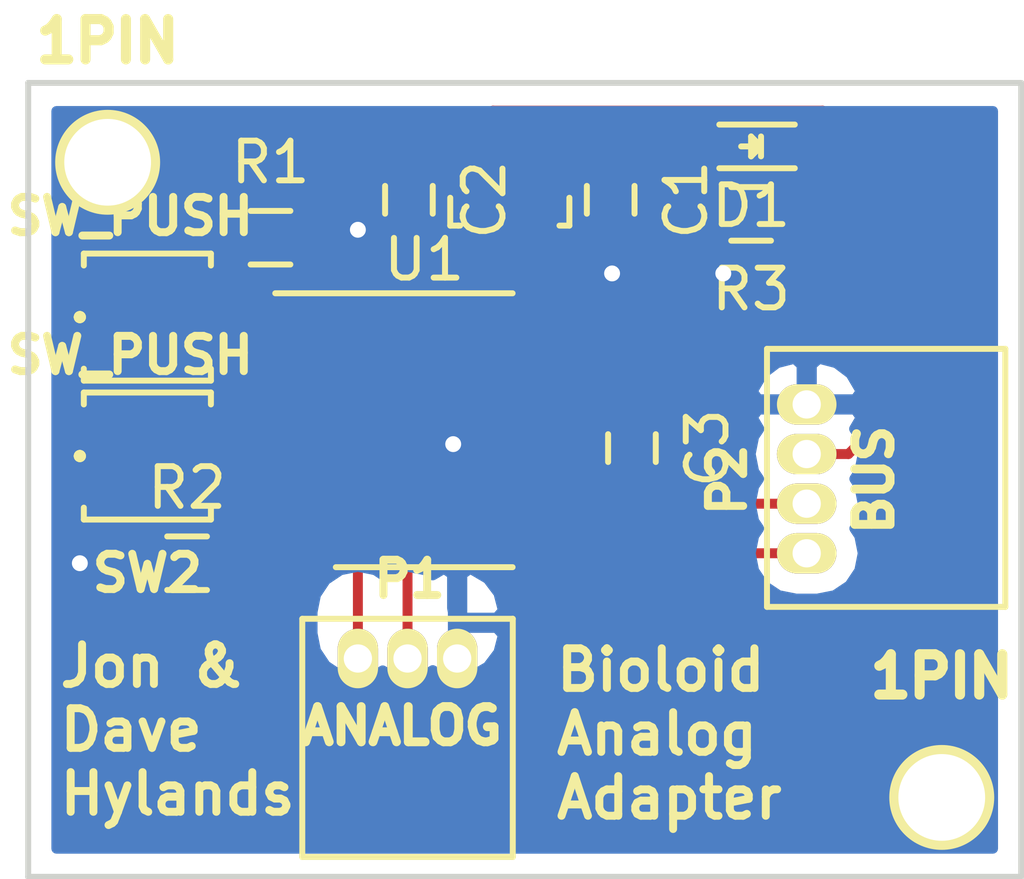
<source format=kicad_pcb>
(kicad_pcb (version 4) (host pcbnew 4.0.4+e1-6308~48~ubuntu16.04.1-stable)

  (general
    (links 27)
    (no_connects 0)
    (area 99.300834 97.9138 125.075001 121.9338)
    (thickness 1.6)
    (drawings 6)
    (tracks 86)
    (zones 0)
    (modules 15)
    (nets 22)
  )

  (page A4)
  (layers
    (0 F.Cu signal)
    (31 B.Cu signal)
    (32 B.Adhes user)
    (33 F.Adhes user)
    (34 B.Paste user)
    (35 F.Paste user)
    (36 B.SilkS user)
    (37 F.SilkS user)
    (38 B.Mask user)
    (39 F.Mask user)
    (40 Dwgs.User user)
    (41 Cmts.User user)
    (42 Eco1.User user)
    (43 Eco2.User user)
    (44 Edge.Cuts user)
    (45 Margin user)
    (46 B.CrtYd user)
    (47 F.CrtYd user)
    (48 B.Fab user)
    (49 F.Fab user)
  )

  (setup
    (last_trace_width 0.25)
    (trace_clearance 0.2)
    (zone_clearance 0.508)
    (zone_45_only no)
    (trace_min 0.2)
    (segment_width 0.2)
    (edge_width 0.15)
    (via_size 0.6)
    (via_drill 0.4)
    (via_min_size 0.4)
    (via_min_drill 0.3)
    (uvia_size 0.3)
    (uvia_drill 0.1)
    (uvias_allowed no)
    (uvia_min_size 0.2)
    (uvia_min_drill 0.1)
    (pcb_text_width 0.3)
    (pcb_text_size 1.5 1.5)
    (mod_edge_width 0.15)
    (mod_text_size 1 1)
    (mod_text_width 0.15)
    (pad_size 2.642 2.642)
    (pad_drill 2.184)
    (pad_to_mask_clearance 0.2)
    (aux_axis_origin 0 0)
    (visible_elements FFFFFF5F)
    (pcbplotparams
      (layerselection 0x00030_80000001)
      (usegerberextensions false)
      (excludeedgelayer true)
      (linewidth 0.100000)
      (plotframeref false)
      (viasonmask false)
      (mode 1)
      (useauxorigin false)
      (hpglpennumber 1)
      (hpglpenspeed 20)
      (hpglpendiameter 15)
      (hpglpenoverlay 2)
      (psnegative false)
      (psa4output false)
      (plotreference true)
      (plotvalue true)
      (plotinvisibletext false)
      (padsonsilk false)
      (subtractmaskfromsilk false)
      (outputformat 1)
      (mirror false)
      (drillshape 1)
      (scaleselection 1)
      (outputdirectory ""))
  )

  (net 0 "")
  (net 1 3V3)
  (net 2 POWER)
  (net 3 GND)
  (net 4 ANALOG)
  (net 5 BOOT0)
  (net 6 RESET)
  (net 7 "Net-(U1-Pad2)")
  (net 8 "Net-(U1-Pad3)")
  (net 9 "Net-(U1-Pad7)")
  (net 10 "Net-(U1-Pad8)")
  (net 11 "Net-(U1-Pad9)")
  (net 12 "Net-(U1-Pad10)")
  (net 13 "Net-(U1-Pad11)")
  (net 14 "Net-(U1-Pad12)")
  (net 15 "Net-(U1-Pad13)")
  (net 16 "Net-(U1-Pad14)")
  (net 17 "Net-(U1-Pad19)")
  (net 18 RX-SDA)
  (net 19 TX-SCL)
  (net 20 "Net-(D1-Pad1)")
  (net 21 LED)

  (net_class Default "This is the default net class."
    (clearance 0.2)
    (trace_width 0.25)
    (via_dia 0.6)
    (via_drill 0.4)
    (uvia_dia 0.3)
    (uvia_drill 0.1)
    (add_net 3V3)
    (add_net ANALOG)
    (add_net BOOT0)
    (add_net GND)
    (add_net LED)
    (add_net "Net-(D1-Pad1)")
    (add_net "Net-(U1-Pad10)")
    (add_net "Net-(U1-Pad11)")
    (add_net "Net-(U1-Pad12)")
    (add_net "Net-(U1-Pad13)")
    (add_net "Net-(U1-Pad14)")
    (add_net "Net-(U1-Pad19)")
    (add_net "Net-(U1-Pad2)")
    (add_net "Net-(U1-Pad3)")
    (add_net "Net-(U1-Pad7)")
    (add_net "Net-(U1-Pad8)")
    (add_net "Net-(U1-Pad9)")
    (add_net POWER)
    (add_net RESET)
    (add_net RX-SDA)
    (add_net TX-SCL)
  )

  (module Housings_SSOP:TSSOP-20_4.4x6.5mm_Pitch0.65mm (layer F.Cu) (tedit 580950E6) (tstamp 5809504F)
    (at 109.97 108.75)
    (descr "20-Lead Plastic Thin Shrink Small Outline (ST)-4.4 mm Body [TSSOP] (see Microchip Packaging Specification 00000049BS.pdf)")
    (tags "SSOP 0.65")
    (path /580943EF)
    (attr smd)
    (fp_text reference U1 (at 0 -4.3) (layer F.SilkS)
      (effects (font (size 1 1) (thickness 0.15)))
    )
    (fp_text value STM32F030F4 (at 0 4.3) (layer F.Fab) hide
      (effects (font (size 1 1) (thickness 0.15)))
    )
    (fp_line (start -1.2 -3.25) (end 2.2 -3.25) (layer F.Fab) (width 0.15))
    (fp_line (start 2.2 -3.25) (end 2.2 3.25) (layer F.Fab) (width 0.15))
    (fp_line (start 2.2 3.25) (end -2.2 3.25) (layer F.Fab) (width 0.15))
    (fp_line (start -2.2 3.25) (end -2.2 -2.25) (layer F.Fab) (width 0.15))
    (fp_line (start -2.2 -2.25) (end -1.2 -3.25) (layer F.Fab) (width 0.15))
    (fp_line (start -3.95 -3.55) (end -3.95 3.55) (layer F.CrtYd) (width 0.05))
    (fp_line (start 3.95 -3.55) (end 3.95 3.55) (layer F.CrtYd) (width 0.05))
    (fp_line (start -3.95 -3.55) (end 3.95 -3.55) (layer F.CrtYd) (width 0.05))
    (fp_line (start -3.95 3.55) (end 3.95 3.55) (layer F.CrtYd) (width 0.05))
    (fp_line (start -2.225 3.45) (end 2.225 3.45) (layer F.SilkS) (width 0.15))
    (fp_line (start -3.75 -3.45) (end 2.225 -3.45) (layer F.SilkS) (width 0.15))
    (pad 1 smd rect (at -2.95 -2.925) (size 1.45 0.45) (layers F.Cu F.Paste F.Mask)
      (net 5 BOOT0))
    (pad 2 smd rect (at -2.95 -2.275) (size 1.45 0.45) (layers F.Cu F.Paste F.Mask)
      (net 7 "Net-(U1-Pad2)"))
    (pad 3 smd rect (at -2.95 -1.625) (size 1.45 0.45) (layers F.Cu F.Paste F.Mask)
      (net 8 "Net-(U1-Pad3)"))
    (pad 4 smd rect (at -2.95 -0.975) (size 1.45 0.45) (layers F.Cu F.Paste F.Mask)
      (net 6 RESET))
    (pad 5 smd rect (at -2.95 -0.325) (size 1.45 0.45) (layers F.Cu F.Paste F.Mask)
      (net 1 3V3))
    (pad 6 smd rect (at -2.95 0.325) (size 1.45 0.45) (layers F.Cu F.Paste F.Mask)
      (net 4 ANALOG))
    (pad 7 smd rect (at -2.95 0.975) (size 1.45 0.45) (layers F.Cu F.Paste F.Mask)
      (net 9 "Net-(U1-Pad7)"))
    (pad 8 smd rect (at -2.95 1.625) (size 1.45 0.45) (layers F.Cu F.Paste F.Mask)
      (net 10 "Net-(U1-Pad8)"))
    (pad 9 smd rect (at -2.95 2.275) (size 1.45 0.45) (layers F.Cu F.Paste F.Mask)
      (net 11 "Net-(U1-Pad9)"))
    (pad 10 smd rect (at -2.95 2.925) (size 1.45 0.45) (layers F.Cu F.Paste F.Mask)
      (net 12 "Net-(U1-Pad10)"))
    (pad 11 smd rect (at 2.95 2.925) (size 1.45 0.45) (layers F.Cu F.Paste F.Mask)
      (net 13 "Net-(U1-Pad11)"))
    (pad 12 smd rect (at 2.95 2.275) (size 1.45 0.45) (layers F.Cu F.Paste F.Mask)
      (net 14 "Net-(U1-Pad12)"))
    (pad 13 smd rect (at 2.95 1.625) (size 1.45 0.45) (layers F.Cu F.Paste F.Mask)
      (net 15 "Net-(U1-Pad13)"))
    (pad 14 smd rect (at 2.95 0.975) (size 1.45 0.45) (layers F.Cu F.Paste F.Mask)
      (net 16 "Net-(U1-Pad14)"))
    (pad 15 smd rect (at 2.95 0.325) (size 1.45 0.45) (layers F.Cu F.Paste F.Mask)
      (net 3 GND))
    (pad 16 smd rect (at 2.95 -0.325) (size 1.45 0.45) (layers F.Cu F.Paste F.Mask)
      (net 1 3V3))
    (pad 17 smd rect (at 2.95 -0.975) (size 1.45 0.45) (layers F.Cu F.Paste F.Mask)
      (net 19 TX-SCL))
    (pad 18 smd rect (at 2.95 -1.625) (size 1.45 0.45) (layers F.Cu F.Paste F.Mask)
      (net 18 RX-SDA))
    (pad 19 smd rect (at 2.95 -2.275) (size 1.45 0.45) (layers F.Cu F.Paste F.Mask)
      (net 17 "Net-(U1-Pad19)"))
    (pad 20 smd rect (at 2.95 -2.925) (size 1.45 0.45) (layers F.Cu F.Paste F.Mask)
      (net 21 LED))
    (model Housings_SSOP.3dshapes/TSSOP-20_4.4x6.5mm_Pitch0.65mm.wrl
      (at (xyz 0 0 0))
      (scale (xyz 1 1 1))
      (rotate (xyz 0 0 0))
    )
  )

  (module TO_SOT_Packages_SMD:SOT-23 (layer F.Cu) (tedit 58095179) (tstamp 58094FFE)
    (at 112.125 102.945 180)
    (descr "SOT-23, Standard")
    (tags SOT-23)
    (path /58094AA7)
    (attr smd)
    (fp_text reference ??1 (at 0 -2.25 180) (layer F.SilkS) hide
      (effects (font (size 1 1) (thickness 0.15)))
    )
    (fp_text value LM3480IM3-5.0 (at 0 2.3 180) (layer F.Fab) hide
      (effects (font (size 1 1) (thickness 0.15)))
    )
    (fp_line (start -1.65 -1.6) (end 1.65 -1.6) (layer F.CrtYd) (width 0.05))
    (fp_line (start 1.65 -1.6) (end 1.65 1.6) (layer F.CrtYd) (width 0.05))
    (fp_line (start 1.65 1.6) (end -1.65 1.6) (layer F.CrtYd) (width 0.05))
    (fp_line (start -1.65 1.6) (end -1.65 -1.6) (layer F.CrtYd) (width 0.05))
    (fp_line (start 1.29916 -0.65024) (end 1.2509 -0.65024) (layer F.SilkS) (width 0.15))
    (fp_line (start -1.49982 0.0508) (end -1.49982 -0.65024) (layer F.SilkS) (width 0.15))
    (fp_line (start -1.49982 -0.65024) (end -1.2509 -0.65024) (layer F.SilkS) (width 0.15))
    (fp_line (start 1.29916 -0.65024) (end 1.49982 -0.65024) (layer F.SilkS) (width 0.15))
    (fp_line (start 1.49982 -0.65024) (end 1.49982 0.0508) (layer F.SilkS) (width 0.15))
    (pad 1 smd rect (at -0.95 1.00076 180) (size 0.8001 0.8001) (layers F.Cu F.Paste F.Mask)
      (net 1 3V3))
    (pad 2 smd rect (at 0.95 1.00076 180) (size 0.8001 0.8001) (layers F.Cu F.Paste F.Mask)
      (net 2 POWER))
    (pad 3 smd rect (at 0 -0.99822 180) (size 0.8001 0.8001) (layers F.Cu F.Paste F.Mask)
      (net 3 GND))
    (model TO_SOT_Packages_SMD.3dshapes/SOT-23.wrl
      (at (xyz 0 0 0))
      (scale (xyz 1 1 1))
      (rotate (xyz 0 0 0))
    )
  )

  (module Capacitors_SMD:C_0603 (layer F.Cu) (tedit 5415D631) (tstamp 58095004)
    (at 114.665 102.945 270)
    (descr "Capacitor SMD 0603, reflow soldering, AVX (see smccp.pdf)")
    (tags "capacitor 0603")
    (path /580963D1)
    (attr smd)
    (fp_text reference C1 (at 0 -1.9 270) (layer F.SilkS)
      (effects (font (size 1 1) (thickness 0.15)))
    )
    (fp_text value 0.1uF (at 0 1.9 270) (layer F.Fab)
      (effects (font (size 1 1) (thickness 0.15)))
    )
    (fp_line (start -0.8 0.4) (end -0.8 -0.4) (layer F.Fab) (width 0.15))
    (fp_line (start 0.8 0.4) (end -0.8 0.4) (layer F.Fab) (width 0.15))
    (fp_line (start 0.8 -0.4) (end 0.8 0.4) (layer F.Fab) (width 0.15))
    (fp_line (start -0.8 -0.4) (end 0.8 -0.4) (layer F.Fab) (width 0.15))
    (fp_line (start -1.45 -0.75) (end 1.45 -0.75) (layer F.CrtYd) (width 0.05))
    (fp_line (start -1.45 0.75) (end 1.45 0.75) (layer F.CrtYd) (width 0.05))
    (fp_line (start -1.45 -0.75) (end -1.45 0.75) (layer F.CrtYd) (width 0.05))
    (fp_line (start 1.45 -0.75) (end 1.45 0.75) (layer F.CrtYd) (width 0.05))
    (fp_line (start -0.35 -0.6) (end 0.35 -0.6) (layer F.SilkS) (width 0.15))
    (fp_line (start 0.35 0.6) (end -0.35 0.6) (layer F.SilkS) (width 0.15))
    (pad 1 smd rect (at -0.75 0 270) (size 0.8 0.75) (layers F.Cu F.Paste F.Mask)
      (net 1 3V3))
    (pad 2 smd rect (at 0.75 0 270) (size 0.8 0.75) (layers F.Cu F.Paste F.Mask)
      (net 3 GND))
    (model Capacitors_SMD.3dshapes/C_0603.wrl
      (at (xyz 0 0 0))
      (scale (xyz 1 1 1))
      (rotate (xyz 0 0 0))
    )
  )

  (module Capacitors_SMD:C_0603 (layer F.Cu) (tedit 5415D631) (tstamp 5809500A)
    (at 109.585 102.945 270)
    (descr "Capacitor SMD 0603, reflow soldering, AVX (see smccp.pdf)")
    (tags "capacitor 0603")
    (path /58095D5C)
    (attr smd)
    (fp_text reference C2 (at 0 -1.9 270) (layer F.SilkS)
      (effects (font (size 1 1) (thickness 0.15)))
    )
    (fp_text value 0.1uF (at 0 1.9 270) (layer F.Fab)
      (effects (font (size 1 1) (thickness 0.15)))
    )
    (fp_line (start -0.8 0.4) (end -0.8 -0.4) (layer F.Fab) (width 0.15))
    (fp_line (start 0.8 0.4) (end -0.8 0.4) (layer F.Fab) (width 0.15))
    (fp_line (start 0.8 -0.4) (end 0.8 0.4) (layer F.Fab) (width 0.15))
    (fp_line (start -0.8 -0.4) (end 0.8 -0.4) (layer F.Fab) (width 0.15))
    (fp_line (start -1.45 -0.75) (end 1.45 -0.75) (layer F.CrtYd) (width 0.05))
    (fp_line (start -1.45 0.75) (end 1.45 0.75) (layer F.CrtYd) (width 0.05))
    (fp_line (start -1.45 -0.75) (end -1.45 0.75) (layer F.CrtYd) (width 0.05))
    (fp_line (start 1.45 -0.75) (end 1.45 0.75) (layer F.CrtYd) (width 0.05))
    (fp_line (start -0.35 -0.6) (end 0.35 -0.6) (layer F.SilkS) (width 0.15))
    (fp_line (start 0.35 0.6) (end -0.35 0.6) (layer F.SilkS) (width 0.15))
    (pad 1 smd rect (at -0.75 0 270) (size 0.8 0.75) (layers F.Cu F.Paste F.Mask)
      (net 2 POWER))
    (pad 2 smd rect (at 0.75 0 270) (size 0.8 0.75) (layers F.Cu F.Paste F.Mask)
      (net 3 GND))
    (model Capacitors_SMD.3dshapes/C_0603.wrl
      (at (xyz 0 0 0))
      (scale (xyz 1 1 1))
      (rotate (xyz 0 0 0))
    )
  )

  (module Capacitors_SMD:C_0603 (layer F.Cu) (tedit 5415D631) (tstamp 58095010)
    (at 115.2 109.2 270)
    (descr "Capacitor SMD 0603, reflow soldering, AVX (see smccp.pdf)")
    (tags "capacitor 0603")
    (path /58095E1C)
    (attr smd)
    (fp_text reference C3 (at 0 -1.9 270) (layer F.SilkS)
      (effects (font (size 1 1) (thickness 0.15)))
    )
    (fp_text value 0.1uF (at 0 1.9 270) (layer F.Fab)
      (effects (font (size 1 1) (thickness 0.15)))
    )
    (fp_line (start -0.8 0.4) (end -0.8 -0.4) (layer F.Fab) (width 0.15))
    (fp_line (start 0.8 0.4) (end -0.8 0.4) (layer F.Fab) (width 0.15))
    (fp_line (start 0.8 -0.4) (end 0.8 0.4) (layer F.Fab) (width 0.15))
    (fp_line (start -0.8 -0.4) (end 0.8 -0.4) (layer F.Fab) (width 0.15))
    (fp_line (start -1.45 -0.75) (end 1.45 -0.75) (layer F.CrtYd) (width 0.05))
    (fp_line (start -1.45 0.75) (end 1.45 0.75) (layer F.CrtYd) (width 0.05))
    (fp_line (start -1.45 -0.75) (end -1.45 0.75) (layer F.CrtYd) (width 0.05))
    (fp_line (start 1.45 -0.75) (end 1.45 0.75) (layer F.CrtYd) (width 0.05))
    (fp_line (start -0.35 -0.6) (end 0.35 -0.6) (layer F.SilkS) (width 0.15))
    (fp_line (start 0.35 0.6) (end -0.35 0.6) (layer F.SilkS) (width 0.15))
    (pad 1 smd rect (at -0.75 0 270) (size 0.8 0.75) (layers F.Cu F.Paste F.Mask)
      (net 1 3V3))
    (pad 2 smd rect (at 0.75 0 270) (size 0.8 0.75) (layers F.Cu F.Paste F.Mask)
      (net 3 GND))
    (model Capacitors_SMD.3dshapes/C_0603.wrl
      (at (xyz 0 0 0))
      (scale (xyz 1 1 1))
      (rotate (xyz 0 0 0))
    )
  )

  (module Parts:SIL_3_050_RA (layer F.Cu) (tedit 52E5C2CD) (tstamp 58095017)
    (at 110.8 114.5 180)
    (path /580944DD)
    (fp_text reference P1 (at 1.2 2 180) (layer F.SilkS)
      (effects (font (size 0.889 0.889) (thickness 0.2)))
    )
    (fp_text value ANALOG (at 1.4 -1.7 180) (layer F.SilkS)
      (effects (font (size 0.889 0.889) (thickness 0.22225)))
    )
    (fp_line (start 3.9 -5) (end 3.9 1) (layer F.SilkS) (width 0.15))
    (fp_line (start 3.9 1) (end -1.4 1) (layer F.SilkS) (width 0.15))
    (fp_line (start -1.4 1) (end -1.4 -5) (layer F.SilkS) (width 0.15))
    (fp_line (start -1.4 -5) (end 3.9 -5) (layer F.SilkS) (width 0.15))
    (pad 1 thru_hole oval (at 0 0 180) (size 1.016 1.5) (drill 0.7112) (layers *.Cu *.Mask F.SilkS)
      (net 3 GND))
    (pad 2 thru_hole oval (at 1.25 0 180) (size 1.016 1.5) (drill 0.7112) (layers *.Cu *.Mask F.SilkS)
      (net 1 3V3))
    (pad 3 thru_hole oval (at 2.5 0 180) (size 1.016 1.5) (drill 0.7112) (layers *.Cu *.Mask F.SilkS)
      (net 4 ANALOG))
  )

  (module Parts:SIL_4_050_RA (layer F.Cu) (tedit 52E5C276) (tstamp 5809501F)
    (at 119.6 108.1 270)
    (path /58094438)
    (fp_text reference P2 (at 1.9 2 270) (layer F.SilkS)
      (effects (font (size 0.889 0.889) (thickness 0.2)))
    )
    (fp_text value BUS (at 1.9 -1.7 270) (layer F.SilkS)
      (effects (font (size 0.889 0.889) (thickness 0.22225)))
    )
    (fp_line (start 5.1 -5) (end 5.1 1) (layer F.SilkS) (width 0.15))
    (fp_line (start 5.1 1) (end -1.4 1) (layer F.SilkS) (width 0.15))
    (fp_line (start -1.4 1) (end -1.4 -5) (layer F.SilkS) (width 0.15))
    (fp_line (start -1.4 -5) (end 5.1 -5) (layer F.SilkS) (width 0.15))
    (pad 1 thru_hole oval (at 0 0 270) (size 1.016 1.5) (drill 0.7112) (layers *.Cu *.Mask F.SilkS)
      (net 3 GND))
    (pad 2 thru_hole oval (at 1.25 0 270) (size 1.016 1.5) (drill 0.7112) (layers *.Cu *.Mask F.SilkS)
      (net 2 POWER))
    (pad 3 thru_hole oval (at 2.5 0 270) (size 1.016 1.5) (drill 0.7112) (layers *.Cu *.Mask F.SilkS)
      (net 18 RX-SDA))
    (pad 4 thru_hole oval (at 3.75 0 270) (size 1.016 1.5) (drill 0.7112) (layers *.Cu *.Mask F.SilkS)
      (net 19 TX-SCL))
  )

  (module Resistors_SMD:R_0603 (layer F.Cu) (tedit 5415CC62) (tstamp 58095025)
    (at 106.1 103.9)
    (descr "Resistor SMD 0603, reflow soldering, Vishay (see dcrcw.pdf)")
    (tags "resistor 0603")
    (path /58094E6B)
    (attr smd)
    (fp_text reference R1 (at 0 -1.9) (layer F.SilkS)
      (effects (font (size 1 1) (thickness 0.15)))
    )
    (fp_text value 100K (at 0 1.9) (layer F.Fab)
      (effects (font (size 1 1) (thickness 0.15)))
    )
    (fp_line (start -1.3 -0.8) (end 1.3 -0.8) (layer F.CrtYd) (width 0.05))
    (fp_line (start -1.3 0.8) (end 1.3 0.8) (layer F.CrtYd) (width 0.05))
    (fp_line (start -1.3 -0.8) (end -1.3 0.8) (layer F.CrtYd) (width 0.05))
    (fp_line (start 1.3 -0.8) (end 1.3 0.8) (layer F.CrtYd) (width 0.05))
    (fp_line (start 0.5 0.675) (end -0.5 0.675) (layer F.SilkS) (width 0.15))
    (fp_line (start -0.5 -0.675) (end 0.5 -0.675) (layer F.SilkS) (width 0.15))
    (pad 1 smd rect (at -0.75 0) (size 0.5 0.9) (layers F.Cu F.Paste F.Mask)
      (net 5 BOOT0))
    (pad 2 smd rect (at 0.75 0) (size 0.5 0.9) (layers F.Cu F.Paste F.Mask)
      (net 3 GND))
    (model Resistors_SMD.3dshapes/R_0603.wrl
      (at (xyz 0 0 0))
      (scale (xyz 1 1 1))
      (rotate (xyz 0 0 0))
    )
  )

  (module Resistors_SMD:R_0603 (layer F.Cu) (tedit 5415CC62) (tstamp 5809502B)
    (at 104 112.1)
    (descr "Resistor SMD 0603, reflow soldering, Vishay (see dcrcw.pdf)")
    (tags "resistor 0603")
    (path /5809536E)
    (attr smd)
    (fp_text reference R2 (at 0 -1.9) (layer F.SilkS)
      (effects (font (size 1 1) (thickness 0.15)))
    )
    (fp_text value 10K (at 0 1.9) (layer F.Fab)
      (effects (font (size 1 1) (thickness 0.15)))
    )
    (fp_line (start -1.3 -0.8) (end 1.3 -0.8) (layer F.CrtYd) (width 0.05))
    (fp_line (start -1.3 0.8) (end 1.3 0.8) (layer F.CrtYd) (width 0.05))
    (fp_line (start -1.3 -0.8) (end -1.3 0.8) (layer F.CrtYd) (width 0.05))
    (fp_line (start 1.3 -0.8) (end 1.3 0.8) (layer F.CrtYd) (width 0.05))
    (fp_line (start 0.5 0.675) (end -0.5 0.675) (layer F.SilkS) (width 0.15))
    (fp_line (start -0.5 -0.675) (end 0.5 -0.675) (layer F.SilkS) (width 0.15))
    (pad 1 smd rect (at -0.75 0) (size 0.5 0.9) (layers F.Cu F.Paste F.Mask)
      (net 1 3V3))
    (pad 2 smd rect (at 0.75 0) (size 0.5 0.9) (layers F.Cu F.Paste F.Mask)
      (net 6 RESET))
    (model Resistors_SMD.3dshapes/R_0603.wrl
      (at (xyz 0 0 0))
      (scale (xyz 1 1 1))
      (rotate (xyz 0 0 0))
    )
  )

  (module Parts:PUSH_SMT (layer F.Cu) (tedit 58095104) (tstamp 58095031)
    (at 101.3 105.9)
    (path /58094BD0)
    (fp_text reference SW1 (at 1.7 2.95) (layer F.SilkS) hide
      (effects (font (size 0.889 0.889) (thickness 0.2)))
    )
    (fp_text value SW_PUSH (at 1.27 -2.54) (layer F.SilkS)
      (effects (font (size 0.889 0.889) (thickness 0.2)))
    )
    (fp_line (start 0.1 1.3) (end 0.1 1.6) (layer F.SilkS) (width 0.15))
    (fp_line (start 0.1 1.6) (end 3.3 1.6) (layer F.SilkS) (width 0.15))
    (fp_line (start 3.3 1.6) (end 3.3 1.3) (layer F.SilkS) (width 0.15))
    (fp_line (start 0.1 -1.3) (end 0.1 -1.6) (layer F.SilkS) (width 0.15))
    (fp_line (start 0.1 -1.6) (end 3.3 -1.6) (layer F.SilkS) (width 0.15))
    (fp_line (start 3.3 -1.6) (end 3.3 -1.3) (layer F.SilkS) (width 0.15))
    (fp_line (start 0 0) (end 0 0) (layer F.SilkS) (width 0.3048))
    (fp_line (start 0 0) (end 0 0) (layer F.SilkS) (width 0.3048))
    (fp_line (start 0 0) (end 0 0) (layer F.SilkS) (width 0.3048))
    (fp_line (start 0 0) (end 0 0) (layer F.SilkS) (width 0.3048))
    (pad 1 smd rect (at 0 0) (size 0.8001 1.7018) (layers F.Cu F.Paste F.Mask)
      (net 1 3V3))
    (pad 2 smd rect (at 3.4036 0) (size 0.8001 1.7018) (layers F.Cu F.Paste F.Mask)
      (net 5 BOOT0))
  )

  (module Parts:PUSH_SMT (layer F.Cu) (tedit 5809511B) (tstamp 58095037)
    (at 101.3 109.4)
    (path /58094C29)
    (fp_text reference SW2 (at 1.7 2.95) (layer F.SilkS)
      (effects (font (size 0.889 0.889) (thickness 0.2)))
    )
    (fp_text value SW_PUSH (at 1.27 -2.54) (layer F.SilkS)
      (effects (font (size 0.889 0.889) (thickness 0.2)))
    )
    (fp_line (start 0.1 1.3) (end 0.1 1.6) (layer F.SilkS) (width 0.15))
    (fp_line (start 0.1 1.6) (end 3.3 1.6) (layer F.SilkS) (width 0.15))
    (fp_line (start 3.3 1.6) (end 3.3 1.3) (layer F.SilkS) (width 0.15))
    (fp_line (start 0.1 -1.3) (end 0.1 -1.6) (layer F.SilkS) (width 0.15))
    (fp_line (start 0.1 -1.6) (end 3.3 -1.6) (layer F.SilkS) (width 0.15))
    (fp_line (start 3.3 -1.6) (end 3.3 -1.3) (layer F.SilkS) (width 0.15))
    (fp_line (start 0 0) (end 0 0) (layer F.SilkS) (width 0.3048))
    (fp_line (start 0 0) (end 0 0) (layer F.SilkS) (width 0.3048))
    (fp_line (start 0 0) (end 0 0) (layer F.SilkS) (width 0.3048))
    (fp_line (start 0 0) (end 0 0) (layer F.SilkS) (width 0.3048))
    (pad 1 smd rect (at 0 0) (size 0.8001 1.7018) (layers F.Cu F.Paste F.Mask)
      (net 3 GND))
    (pad 2 smd rect (at 3.4036 0) (size 0.8001 1.7018) (layers F.Cu F.Paste F.Mask)
      (net 6 RESET))
  )

  (module Resistors_SMD:R_0603 (layer F.Cu) (tedit 5415CC62) (tstamp 58095A77)
    (at 118.2 103.3 180)
    (descr "Resistor SMD 0603, reflow soldering, Vishay (see dcrcw.pdf)")
    (tags "resistor 0603")
    (path /58097E60)
    (attr smd)
    (fp_text reference R3 (at 0 -1.9 180) (layer F.SilkS)
      (effects (font (size 1 1) (thickness 0.15)))
    )
    (fp_text value 330 (at 0 1.9 180) (layer F.Fab)
      (effects (font (size 1 1) (thickness 0.15)))
    )
    (fp_line (start -1.3 -0.8) (end 1.3 -0.8) (layer F.CrtYd) (width 0.05))
    (fp_line (start -1.3 0.8) (end 1.3 0.8) (layer F.CrtYd) (width 0.05))
    (fp_line (start -1.3 -0.8) (end -1.3 0.8) (layer F.CrtYd) (width 0.05))
    (fp_line (start 1.3 -0.8) (end 1.3 0.8) (layer F.CrtYd) (width 0.05))
    (fp_line (start 0.5 0.675) (end -0.5 0.675) (layer F.SilkS) (width 0.15))
    (fp_line (start -0.5 -0.675) (end 0.5 -0.675) (layer F.SilkS) (width 0.15))
    (pad 1 smd rect (at -0.75 0 180) (size 0.5 0.9) (layers F.Cu F.Paste F.Mask)
      (net 20 "Net-(D1-Pad1)"))
    (pad 2 smd rect (at 0.75 0 180) (size 0.5 0.9) (layers F.Cu F.Paste F.Mask)
      (net 3 GND))
    (model Resistors_SMD.3dshapes/R_0603.wrl
      (at (xyz 0 0 0))
      (scale (xyz 1 1 1))
      (rotate (xyz 0 0 0))
    )
  )

  (module LEDs:LED_0603 (layer F.Cu) (tedit 55BDE255) (tstamp 58095AB6)
    (at 118.2 101.6 180)
    (descr "LED 0603 smd package")
    (tags "LED led 0603 SMD smd SMT smt smdled SMDLED smtled SMTLED")
    (path /58097D85)
    (attr smd)
    (fp_text reference D1 (at 0 -1.5 180) (layer F.SilkS)
      (effects (font (size 1 1) (thickness 0.15)))
    )
    (fp_text value Led_Small (at 0 1.5 180) (layer F.Fab)
      (effects (font (size 1 1) (thickness 0.15)))
    )
    (fp_line (start -0.3 -0.2) (end -0.3 0.2) (layer F.Fab) (width 0.15))
    (fp_line (start -0.2 0) (end 0.1 -0.2) (layer F.Fab) (width 0.15))
    (fp_line (start 0.1 0.2) (end -0.2 0) (layer F.Fab) (width 0.15))
    (fp_line (start 0.1 -0.2) (end 0.1 0.2) (layer F.Fab) (width 0.15))
    (fp_line (start 0.8 0.4) (end -0.8 0.4) (layer F.Fab) (width 0.15))
    (fp_line (start 0.8 -0.4) (end 0.8 0.4) (layer F.Fab) (width 0.15))
    (fp_line (start -0.8 -0.4) (end 0.8 -0.4) (layer F.Fab) (width 0.15))
    (fp_line (start -0.8 0.4) (end -0.8 -0.4) (layer F.Fab) (width 0.15))
    (fp_line (start -1.1 0.55) (end 0.8 0.55) (layer F.SilkS) (width 0.15))
    (fp_line (start -1.1 -0.55) (end 0.8 -0.55) (layer F.SilkS) (width 0.15))
    (fp_line (start -0.2 0) (end 0.25 0) (layer F.SilkS) (width 0.15))
    (fp_line (start -0.25 -0.25) (end -0.25 0.25) (layer F.SilkS) (width 0.15))
    (fp_line (start -0.25 0) (end 0 -0.25) (layer F.SilkS) (width 0.15))
    (fp_line (start 0 -0.25) (end 0 0.25) (layer F.SilkS) (width 0.15))
    (fp_line (start 0 0.25) (end -0.25 0) (layer F.SilkS) (width 0.15))
    (fp_line (start 1.4 -0.75) (end 1.4 0.75) (layer F.CrtYd) (width 0.05))
    (fp_line (start 1.4 0.75) (end -1.4 0.75) (layer F.CrtYd) (width 0.05))
    (fp_line (start -1.4 0.75) (end -1.4 -0.75) (layer F.CrtYd) (width 0.05))
    (fp_line (start -1.4 -0.75) (end 1.4 -0.75) (layer F.CrtYd) (width 0.05))
    (pad 2 smd rect (at 0.7493 0) (size 0.79756 0.79756) (layers F.Cu F.Paste F.Mask)
      (net 21 LED))
    (pad 1 smd rect (at -0.7493 0) (size 0.79756 0.79756) (layers F.Cu F.Paste F.Mask)
      (net 20 "Net-(D1-Pad1)"))
    (model LEDs.3dshapes/LED_0603.wrl
      (at (xyz 0 0 0))
      (scale (xyz 1 1 1))
      (rotate (xyz 0 0 180))
    )
  )

  (module Parts:2_56_hole (layer F.Cu) (tedit 58095BA3) (tstamp 58095B43)
    (at 102 102)
    (descr "module 1 pin (ou trou mecanique de percage)")
    (tags DEV)
    (path 1pin)
    (fp_text reference 1PIN (at 0 -3.048) (layer F.SilkS)
      (effects (font (size 1.016 1.016) (thickness 0.254)))
    )
    (fp_text value P*** (at 0 2.794) (layer F.SilkS) hide
      (effects (font (size 1.016 1.016) (thickness 0.254)))
    )
    (pad "" thru_hole circle (at 0 0) (size 2.642 2.642) (drill 2.184) (layers *.Cu *.Mask F.SilkS))
  )

  (module Parts:2_56_hole (layer F.Cu) (tedit 58095BA9) (tstamp 58095B6C)
    (at 123 118)
    (descr "module 1 pin (ou trou mecanique de percage)")
    (tags DEV)
    (path 1pin)
    (fp_text reference 1PIN (at 0 -3.048) (layer F.SilkS)
      (effects (font (size 1.016 1.016) (thickness 0.254)))
    )
    (fp_text value P*** (at 0 2.794) (layer F.SilkS) hide
      (effects (font (size 1.016 1.016) (thickness 0.254)))
    )
    (pad "" thru_hole circle (at 0 0) (size 2.642 2.642) (drill 2.184) (layers *.Cu *.Mask F.SilkS))
  )

  (gr_text "Jon &\nDave\nHylands" (at 100.7 116.3) (layer F.SilkS)
    (effects (font (size 1 1) (thickness 0.2)) (justify left))
  )
  (gr_text "Bioloid\nAnalog\nAdapter" (at 113.2 116.4) (layer F.SilkS)
    (effects (font (size 1 1) (thickness 0.2)) (justify left))
  )
  (gr_line (start 125 120) (end 125 100) (angle 90) (layer Edge.Cuts) (width 0.15))
  (gr_line (start 100 120) (end 125 120) (angle 90) (layer Edge.Cuts) (width 0.15))
  (gr_line (start 100 100) (end 100 120) (angle 90) (layer Edge.Cuts) (width 0.15))
  (gr_line (start 125 100) (end 100 100) (angle 90) (layer Edge.Cuts) (width 0.15))

  (segment (start 103.25 112.1) (end 103.25 114.95) (width 0.25) (layer F.Cu) (net 1))
  (segment (start 109.55 115.65) (end 109.55 114.5) (width 0.25) (layer F.Cu) (net 1) (tstamp 58095B09))
  (segment (start 109 116.2) (end 109.55 115.65) (width 0.25) (layer F.Cu) (net 1) (tstamp 58095B08))
  (segment (start 104.5 116.2) (end 109 116.2) (width 0.25) (layer F.Cu) (net 1) (tstamp 58095B06))
  (segment (start 103.25 114.95) (end 104.5 116.2) (width 0.25) (layer F.Cu) (net 1) (tstamp 58095B02))
  (segment (start 109.55 114.5) (end 109.55 108.425) (width 0.25) (layer F.Cu) (net 1))
  (segment (start 113.075 101.94424) (end 113.075 104.425) (width 0.25) (layer F.Cu) (net 1))
  (segment (start 109.55 106.55) (end 109.55 108.425) (width 0.25) (layer F.Cu) (net 1) (tstamp 580955DB))
  (segment (start 111.1 105) (end 109.55 106.55) (width 0.25) (layer F.Cu) (net 1) (tstamp 580955D9))
  (segment (start 112.5 105) (end 111.1 105) (width 0.25) (layer F.Cu) (net 1) (tstamp 580955D7))
  (segment (start 113.075 104.425) (end 112.5 105) (width 0.25) (layer F.Cu) (net 1) (tstamp 580955D3))
  (segment (start 101.3 105.9) (end 102.7 105.9) (width 0.25) (layer F.Cu) (net 1))
  (segment (start 103.25 106.45) (end 103.25 112.1) (width 0.25) (layer F.Cu) (net 1) (tstamp 580955AB))
  (segment (start 102.7 105.9) (end 103.25 106.45) (width 0.25) (layer F.Cu) (net 1) (tstamp 580955A9))
  (segment (start 112.92 108.425) (end 109.55 108.425) (width 0.25) (layer F.Cu) (net 1))
  (segment (start 109.55 108.425) (end 107.02 108.425) (width 0.25) (layer F.Cu) (net 1) (tstamp 58095599))
  (segment (start 113.075 101.94424) (end 113.84424 101.94424) (width 0.25) (layer F.Cu) (net 1))
  (segment (start 114.095 102.195) (end 114.665 102.195) (width 0.25) (layer F.Cu) (net 1) (tstamp 580954D6))
  (segment (start 113.84424 101.94424) (end 114.095 102.195) (width 0.25) (layer F.Cu) (net 1) (tstamp 580954D4))
  (segment (start 112.92 108.425) (end 115.175 108.425) (width 0.25) (layer F.Cu) (net 1))
  (segment (start 115.175 108.425) (end 115.2 108.45) (width 0.25) (layer F.Cu) (net 1) (tstamp 5809546B))
  (segment (start 119.6 109.35) (end 120.65 109.35) (width 0.25) (layer F.Cu) (net 2))
  (segment (start 111.175 101.225) (end 111.175 101.94424) (width 0.25) (layer F.Cu) (net 2) (tstamp 580957F6))
  (segment (start 111.7 100.7) (end 111.175 101.225) (width 0.25) (layer F.Cu) (net 2) (tstamp 580957F5))
  (segment (start 120 100.7) (end 111.7 100.7) (width 0.25) (layer F.Cu) (net 2) (tstamp 580957F3))
  (segment (start 121.5 102.2) (end 120 100.7) (width 0.25) (layer F.Cu) (net 2) (tstamp 580957EE))
  (segment (start 121.5 108.5) (end 121.5 102.2) (width 0.25) (layer F.Cu) (net 2) (tstamp 580957EC))
  (segment (start 120.65 109.35) (end 121.5 108.5) (width 0.25) (layer F.Cu) (net 2) (tstamp 580957E7))
  (segment (start 111.175 101.94424) (end 110.45576 101.94424) (width 0.25) (layer F.Cu) (net 2))
  (segment (start 110.205 102.195) (end 109.585 102.195) (width 0.25) (layer F.Cu) (net 2) (tstamp 580954DD))
  (segment (start 110.45576 101.94424) (end 110.205 102.195) (width 0.25) (layer F.Cu) (net 2) (tstamp 580954DB))
  (segment (start 117.45 103.3) (end 117.45 104.75) (width 0.25) (layer F.Cu) (net 3))
  (via (at 117.5 104.8) (size 0.6) (drill 0.4) (layers F.Cu B.Cu) (net 3))
  (segment (start 117.45 104.75) (end 117.5 104.8) (width 0.25) (layer F.Cu) (net 3) (tstamp 58095AD6))
  (segment (start 114.665 104.765) (end 114.7 104.8) (width 0.25) (layer F.Cu) (net 3) (tstamp 580954FB))
  (via (at 114.7 104.8) (size 0.6) (drill 0.4) (layers F.Cu B.Cu) (net 3))
  (segment (start 114.665 104.765) (end 114.665 103.695) (width 0.25) (layer F.Cu) (net 3))
  (segment (start 106.85 103.9) (end 108.1 103.9) (width 0.25) (layer F.Cu) (net 3))
  (segment (start 108.305 103.695) (end 108.3 103.7) (width 0.25) (layer F.Cu) (net 3) (tstamp 5809552F))
  (via (at 108.3 103.7) (size 0.6) (drill 0.4) (layers F.Cu B.Cu) (net 3))
  (segment (start 108.305 103.695) (end 109.585 103.695) (width 0.25) (layer F.Cu) (net 3))
  (segment (start 108.1 103.9) (end 108.3 103.7) (width 0.25) (layer F.Cu) (net 3) (tstamp 5809553C))
  (segment (start 109.585 103.695) (end 110.495 103.695) (width 0.25) (layer F.Cu) (net 3))
  (segment (start 110.74322 103.94322) (end 112.125 103.94322) (width 0.25) (layer F.Cu) (net 3) (tstamp 5809549A))
  (segment (start 110.495 103.695) (end 110.74322 103.94322) (width 0.25) (layer F.Cu) (net 3) (tstamp 58095496))
  (segment (start 112.92 109.075) (end 113.775 109.075) (width 0.25) (layer F.Cu) (net 3))
  (segment (start 114.65 109.95) (end 115.2 109.95) (width 0.25) (layer F.Cu) (net 3) (tstamp 58095466))
  (segment (start 113.775 109.075) (end 114.65 109.95) (width 0.25) (layer F.Cu) (net 3) (tstamp 58095462))
  (segment (start 112.92 109.075) (end 110.725 109.075) (width 0.25) (layer F.Cu) (net 3))
  (via (at 110.7 109.1) (size 0.6) (drill 0.4) (layers F.Cu B.Cu) (net 3))
  (segment (start 110.725 109.075) (end 110.7 109.1) (width 0.25) (layer F.Cu) (net 3) (tstamp 5809544F))
  (segment (start 101.3 109.4) (end 101.3 112.1) (width 0.25) (layer F.Cu) (net 3))
  (via (at 101.3 112.1) (size 0.6) (drill 0.4) (layers F.Cu B.Cu) (net 3))
  (segment (start 108.3 114.5) (end 108.3 109.3) (width 0.25) (layer F.Cu) (net 4))
  (segment (start 108.075 109.075) (end 108.3 109.3) (width 0.25) (layer F.Cu) (net 4) (tstamp 580955B1))
  (segment (start 108.075 109.075) (end 107.02 109.075) (width 0.25) (layer F.Cu) (net 4))
  (segment (start 105.35 103.9) (end 105.35 105.825) (width 0.25) (layer F.Cu) (net 5))
  (segment (start 107.02 105.825) (end 105.35 105.825) (width 0.25) (layer F.Cu) (net 5))
  (segment (start 105.35 105.825) (end 104.7786 105.825) (width 0.25) (layer F.Cu) (net 5) (tstamp 5809543F))
  (segment (start 104.7786 105.825) (end 104.7036 105.9) (width 0.25) (layer F.Cu) (net 5) (tstamp 580952F4))
  (segment (start 104.75 112.1) (end 104.75 109.4464) (width 0.25) (layer F.Cu) (net 6))
  (segment (start 104.75 109.4464) (end 104.7036 109.4) (width 0.25) (layer F.Cu) (net 6) (tstamp 58095444))
  (segment (start 107.02 107.775) (end 105.325 107.775) (width 0.25) (layer F.Cu) (net 6))
  (segment (start 104.7036 108.3964) (end 104.7036 109.4) (width 0.25) (layer F.Cu) (net 6) (tstamp 58095310))
  (segment (start 105.325 107.775) (end 104.7036 108.3964) (width 0.25) (layer F.Cu) (net 6) (tstamp 5809530C))
  (segment (start 112.92 107.125) (end 114.075 107.125) (width 0.25) (layer F.Cu) (net 18))
  (segment (start 118.1 110.6) (end 119.6 110.6) (width 0.25) (layer F.Cu) (net 18) (tstamp 5809581B))
  (segment (start 117.5 110) (end 118.1 110.6) (width 0.25) (layer F.Cu) (net 18) (tstamp 58095819))
  (segment (start 117.5 108.1) (end 117.5 110) (width 0.25) (layer F.Cu) (net 18) (tstamp 58095816))
  (segment (start 116.3 106.9) (end 117.5 108.1) (width 0.25) (layer F.Cu) (net 18) (tstamp 58095812))
  (segment (start 114.3 106.9) (end 116.3 106.9) (width 0.25) (layer F.Cu) (net 18) (tstamp 5809580E))
  (segment (start 114.075 107.125) (end 114.3 106.9) (width 0.25) (layer F.Cu) (net 18) (tstamp 5809580B))
  (segment (start 112.92 107.775) (end 114.125 107.775) (width 0.25) (layer F.Cu) (net 19))
  (segment (start 117.75 111.85) (end 119.6 111.85) (width 0.25) (layer F.Cu) (net 19) (tstamp 58095807))
  (segment (start 117 111.1) (end 117.75 111.85) (width 0.25) (layer F.Cu) (net 19) (tstamp 58095806))
  (segment (start 117 108.3) (end 117 111.1) (width 0.25) (layer F.Cu) (net 19) (tstamp 58095804))
  (segment (start 116.1 107.4) (end 117 108.3) (width 0.25) (layer F.Cu) (net 19) (tstamp 58095802))
  (segment (start 114.5 107.4) (end 116.1 107.4) (width 0.25) (layer F.Cu) (net 19) (tstamp 580957FE))
  (segment (start 114.125 107.775) (end 114.5 107.4) (width 0.25) (layer F.Cu) (net 19) (tstamp 580957FC))
  (segment (start 118.9493 101.6) (end 118.9493 103.2993) (width 0.25) (layer F.Cu) (net 20))
  (segment (start 118.9493 103.2993) (end 118.95 103.3) (width 0.25) (layer F.Cu) (net 20) (tstamp 58095ACF))
  (segment (start 117.4507 101.6) (end 116.9 101.6) (width 0.25) (layer F.Cu) (net 21))
  (segment (start 115.175 105.825) (end 112.92 105.825) (width 0.25) (layer F.Cu) (net 21) (tstamp 58095ADE))
  (segment (start 115.9 105.1) (end 115.175 105.825) (width 0.25) (layer F.Cu) (net 21) (tstamp 58095ADD))
  (segment (start 115.9 102.6) (end 115.9 105.1) (width 0.25) (layer F.Cu) (net 21) (tstamp 58095ADB))
  (segment (start 116.9 101.6) (end 115.9 102.6) (width 0.25) (layer F.Cu) (net 21) (tstamp 58095ADA))

  (zone (net 3) (net_name GND) (layer B.Cu) (tstamp 58095834) (hatch edge 0.508)
    (connect_pads (clearance 0.508))
    (min_thickness 0.254)
    (fill yes (arc_segments 16) (thermal_gap 0.508) (thermal_bridge_width 0.508))
    (polygon
      (pts
        (xy 100 100) (xy 100 120) (xy 125 120) (xy 125 100) (xy 118 100)
      )
    )
    (filled_polygon
      (pts
        (xy 124.29 119.29) (xy 100.71 119.29) (xy 100.71 113.330866) (xy 107.157 113.330866) (xy 107.157 113.869134)
        (xy 107.244006 114.306541) (xy 107.491777 114.677357) (xy 107.862593 114.925128) (xy 108.3 115.012134) (xy 108.737407 114.925128)
        (xy 108.925 114.799783) (xy 109.112593 114.925128) (xy 109.55 115.012134) (xy 109.987407 114.925128) (xy 110.183798 114.793904)
        (xy 110.419864 114.932757) (xy 110.496866 114.944071) (xy 110.673 114.818022) (xy 110.673 113.96968) (xy 110.693 113.869134)
        (xy 110.693 113.727) (xy 110.927 113.727) (xy 110.927 114.818022) (xy 111.103134 114.944071) (xy 111.180136 114.932757)
        (xy 111.568614 114.704256) (xy 111.840078 114.344485) (xy 111.953199 113.908215) (xy 111.79061 113.727) (xy 110.927 113.727)
        (xy 110.693 113.727) (xy 110.693 113.330866) (xy 110.673 113.23032) (xy 110.673 112.381978) (xy 110.927 112.381978)
        (xy 110.927 113.473) (xy 111.79061 113.473) (xy 111.953199 113.291785) (xy 111.840078 112.855515) (xy 111.568614 112.495744)
        (xy 111.180136 112.267243) (xy 111.103134 112.255929) (xy 110.927 112.381978) (xy 110.673 112.381978) (xy 110.496866 112.255929)
        (xy 110.419864 112.267243) (xy 110.183798 112.406096) (xy 109.987407 112.274872) (xy 109.55 112.187866) (xy 109.112593 112.274872)
        (xy 108.925 112.400217) (xy 108.737407 112.274872) (xy 108.3 112.187866) (xy 107.862593 112.274872) (xy 107.491777 112.522643)
        (xy 107.244006 112.893459) (xy 107.157 113.330866) (xy 100.71 113.330866) (xy 100.71 109.35) (xy 118.187866 109.35)
        (xy 118.274872 109.787407) (xy 118.400217 109.975) (xy 118.274872 110.162593) (xy 118.187866 110.6) (xy 118.274872 111.037407)
        (xy 118.400217 111.225) (xy 118.274872 111.412593) (xy 118.187866 111.85) (xy 118.274872 112.287407) (xy 118.522643 112.658223)
        (xy 118.893459 112.905994) (xy 119.330866 112.993) (xy 119.869134 112.993) (xy 120.306541 112.905994) (xy 120.677357 112.658223)
        (xy 120.925128 112.287407) (xy 121.012134 111.85) (xy 120.925128 111.412593) (xy 120.799783 111.225) (xy 120.925128 111.037407)
        (xy 121.012134 110.6) (xy 120.925128 110.162593) (xy 120.799783 109.975) (xy 120.925128 109.787407) (xy 121.012134 109.35)
        (xy 120.925128 108.912593) (xy 120.793904 108.716202) (xy 120.932757 108.480136) (xy 120.944071 108.403134) (xy 120.818022 108.227)
        (xy 119.96968 108.227) (xy 119.869134 108.207) (xy 119.330866 108.207) (xy 119.23032 108.227) (xy 118.381978 108.227)
        (xy 118.255929 108.403134) (xy 118.267243 108.480136) (xy 118.406096 108.716202) (xy 118.274872 108.912593) (xy 118.187866 109.35)
        (xy 100.71 109.35) (xy 100.71 107.796866) (xy 118.255929 107.796866) (xy 118.381978 107.973) (xy 119.473 107.973)
        (xy 119.473 107.10939) (xy 119.727 107.10939) (xy 119.727 107.973) (xy 120.818022 107.973) (xy 120.944071 107.796866)
        (xy 120.932757 107.719864) (xy 120.704256 107.331386) (xy 120.344485 107.059922) (xy 119.908215 106.946801) (xy 119.727 107.10939)
        (xy 119.473 107.10939) (xy 119.291785 106.946801) (xy 118.855515 107.059922) (xy 118.495744 107.331386) (xy 118.267243 107.719864)
        (xy 118.255929 107.796866) (xy 100.71 107.796866) (xy 100.71 100.71) (xy 124.29 100.71)
      )
    )
  )
)

</source>
